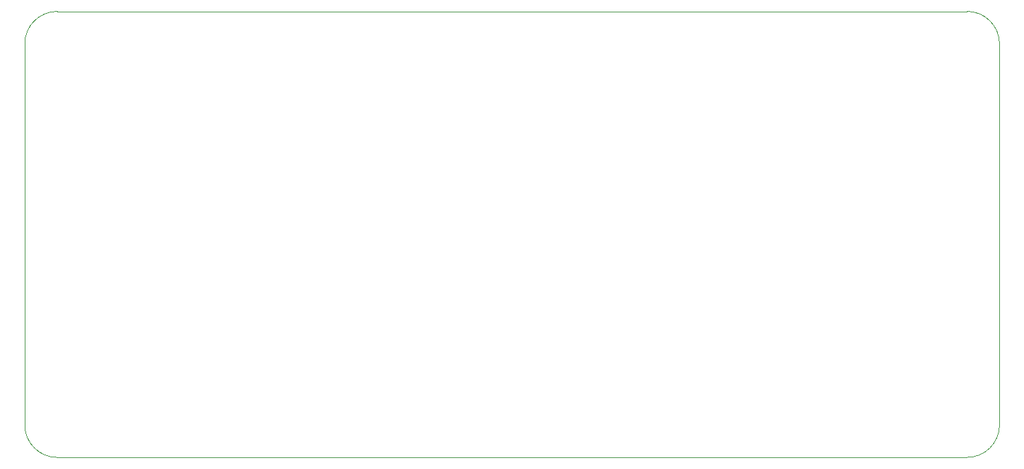
<source format=gm1>
G04*
G04 #@! TF.GenerationSoftware,Altium Limited,Altium Designer,22.2.1 (43)*
G04*
G04 Layer_Color=39423*
%FSAX44Y44*%
%MOMM*%
G71*
G04*
G04 #@! TF.SameCoordinates,6FBE58D4-8AA7-4130-90BE-7BA939E9B375*
G04*
G04*
G04 #@! TF.FilePolarity,Positive*
G04*
G01*
G75*
%ADD19C,0.1000*%
D19*
X01160000Y00000000D02*
G03*
X01200000Y00040000I00000000J00040000D01*
G01*
X01200000Y00510000D02*
G03*
X01160000Y00550000I-00040000J00000000D01*
G01*
X00000000Y00040000D02*
G03*
X00040000Y-00000000I00040000J00000000D01*
G01*
Y00550000D02*
G03*
X00000000Y00510000I00000000J-00040000D01*
G01*
X01200000Y00040000D02*
X01200000Y00510000D01*
X00040000Y-00000000D02*
X01160000Y00000000D01*
X00040000Y00550000D02*
X01160000Y00550000D01*
X-00000000Y00510000D02*
X00000000Y00040000D01*
X01160000Y00000000D02*
G03*
X01200000Y00040000I00000000J00040000D01*
G01*
X01200000Y00510000D02*
G03*
X01160000Y00550000I-00040000J00000000D01*
G01*
X00000000Y00040000D02*
G03*
X00040000Y-00000000I00040000J00000000D01*
G01*
Y00550000D02*
G03*
X00000000Y00510000I00000000J-00040000D01*
G01*
X01200000Y00040000D02*
X01200000Y00510000D01*
X00040000Y-00000000D02*
X01160000Y00000000D01*
X00040000Y00550000D02*
X01160000Y00550000D01*
X-00000000Y00510000D02*
X00000000Y00040000D01*
X01160000Y00000000D02*
G03*
X01200000Y00040000I00000000J00040000D01*
G01*
X01200000Y00510000D02*
G03*
X01160000Y00550000I-00040000J00000000D01*
G01*
X00000000Y00040000D02*
G03*
X00040000Y-00000000I00040000J00000000D01*
G01*
Y00550000D02*
G03*
X00000000Y00510000I00000000J-00040000D01*
G01*
X01200000Y00040000D02*
X01200000Y00510000D01*
X00040000Y-00000000D02*
X01160000Y00000000D01*
X00040000Y00550000D02*
X01160000Y00550000D01*
X-00000000Y00510000D02*
X00000000Y00040000D01*
M02*

</source>
